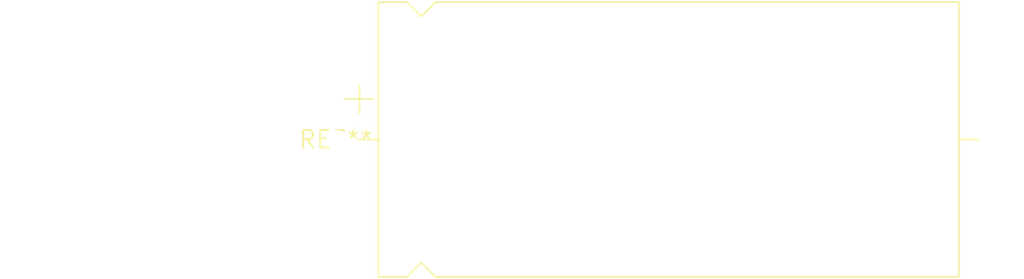
<source format=kicad_pcb>
(kicad_pcb (version 20240108) (generator pcbnew)
  (layers (0 "F.Cu" signal) (31 "B.Cu" signal) (34 "B.Paste" user) (35 "F.Paste" user) (36 "B.SilkS" user "B.Silkscreen") (37 "F.SilkS" user "F.Silkscreen") (38 "B.Mask" user) (39 "F.Mask" user) (44 "Edge.Cuts" user))
  (net 0 "")
  (footprint "CP_Axial_L42.5mm_D20.0mm_P49.00mm_Horizontal" (layer "F.Cu") (at 0 0)
    (property "Reference" "REF**")
    (property "Value" "CP_Axial_L42.5mm_D20.0mm_P49.00mm_Horizontal")
    (fp_line (start 0.68 -3) (end 2.78 -3) (layer "F.SilkS") (stroke (width 0.12)))
    (fp_line (start 1.64 0) (end 3.13 0) (layer "F.SilkS") (stroke (width 0.12)))
    (fp_line (start 1.73 -4.05) (end 1.73 -1.95) (layer "F.SilkS") (stroke (width 0.12)))
    (fp_line (start 3.13 -10.12) (end 3.13 10.12) (layer "F.SilkS") (stroke (width 0.12)))
    (fp_line (start 3.13 -10.12) (end 5.23 -10.12) (layer "F.SilkS") (stroke (width 0.12)))
    (fp_line (start 3.13 10.12) (end 5.23 10.12) (layer "F.SilkS") (stroke (width 0.12)))
    (fp_line (start 5.23 -10.12) (end 6.28 -9.07) (layer "F.SilkS") (stroke (width 0.12)))
    (fp_line (start 5.23 10.12) (end 6.28 9.07) (layer "F.SilkS") (stroke (width 0.12)))
    (fp_line (start 6.28 -9.07) (end 7.33 -10.12) (layer "F.SilkS") (stroke (width 0.12)))
    (fp_line (start 6.28 9.07) (end 7.33 10.12) (layer "F.SilkS") (stroke (width 0.12)))
    (fp_line (start 7.33 -10.12) (end 45.87 -10.12) (layer "F.SilkS") (stroke (width 0.12)))
    (fp_line (start 7.33 10.12) (end 45.87 10.12) (layer "F.SilkS") (stroke (width 0.12)))
    (fp_line (start 45.87 -10.12) (end 45.87 10.12) (layer "F.SilkS") (stroke (width 0.12)))
    (fp_line (start 47.36 0) (end 45.87 0) (layer "F.SilkS") (stroke (width 0.12)))
    (pad "1" thru_hole rect (at 0 0) (size 2.8 2.8) (drill 1.4) (layers *.Cu *.Mask) (remove_unused_layers))
    (pad "2" thru_hole oval (at 49 0) (size 2.8 2.8) (drill 1.4) (layers *.Cu *.Mask) (remove_unused_layers))
  )
)
</source>
